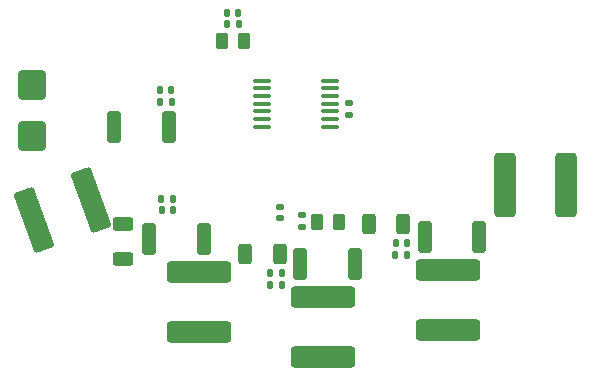
<source format=gbr>
%TF.GenerationSoftware,KiCad,Pcbnew,9.0.0*%
%TF.CreationDate,2025-06-25T03:54:54+08:00*%
%TF.ProjectId,CAPSTONE_MC,43415053-544f-44e4-955f-4d432e6b6963,Ver. 1.0.0*%
%TF.SameCoordinates,Original*%
%TF.FileFunction,Paste,Bot*%
%TF.FilePolarity,Positive*%
%FSLAX46Y46*%
G04 Gerber Fmt 4.6, Leading zero omitted, Abs format (unit mm)*
G04 Created by KiCad (PCBNEW 9.0.0) date 2025-06-25 03:54:54*
%MOMM*%
%LPD*%
G01*
G04 APERTURE LIST*
G04 Aperture macros list*
%AMRoundRect*
0 Rectangle with rounded corners*
0 $1 Rounding radius*
0 $2 $3 $4 $5 $6 $7 $8 $9 X,Y pos of 4 corners*
0 Add a 4 corners polygon primitive as box body*
4,1,4,$2,$3,$4,$5,$6,$7,$8,$9,$2,$3,0*
0 Add four circle primitives for the rounded corners*
1,1,$1+$1,$2,$3*
1,1,$1+$1,$4,$5*
1,1,$1+$1,$6,$7*
1,1,$1+$1,$8,$9*
0 Add four rect primitives between the rounded corners*
20,1,$1+$1,$2,$3,$4,$5,0*
20,1,$1+$1,$4,$5,$6,$7,0*
20,1,$1+$1,$6,$7,$8,$9,0*
20,1,$1+$1,$8,$9,$2,$3,0*%
G04 Aperture macros list end*
%ADD10RoundRect,0.250000X0.625000X-0.312500X0.625000X0.312500X-0.625000X0.312500X-0.625000X-0.312500X0*%
%ADD11RoundRect,0.250000X-0.362500X-1.075000X0.362500X-1.075000X0.362500X1.075000X-0.362500X1.075000X0*%
%ADD12RoundRect,0.140000X0.140000X0.170000X-0.140000X0.170000X-0.140000X-0.170000X0.140000X-0.170000X0*%
%ADD13RoundRect,0.250000X2.450000X-0.650000X2.450000X0.650000X-2.450000X0.650000X-2.450000X-0.650000X0*%
%ADD14RoundRect,0.250000X0.650000X2.450000X-0.650000X2.450000X-0.650000X-2.450000X0.650000X-2.450000X0*%
%ADD15RoundRect,0.135000X0.135000X0.185000X-0.135000X0.185000X-0.135000X-0.185000X0.135000X-0.185000X0*%
%ADD16RoundRect,0.140000X-0.170000X0.140000X-0.170000X-0.140000X0.170000X-0.140000X0.170000X0.140000X0*%
%ADD17RoundRect,0.140000X-0.140000X-0.170000X0.140000X-0.170000X0.140000X0.170000X-0.140000X0.170000X0*%
%ADD18RoundRect,0.135000X-0.185000X0.135000X-0.185000X-0.135000X0.185000X-0.135000X0.185000X0.135000X0*%
%ADD19RoundRect,0.250000X0.362500X1.075000X-0.362500X1.075000X-0.362500X-1.075000X0.362500X-1.075000X0*%
%ADD20RoundRect,0.250000X-0.312500X-0.625000X0.312500X-0.625000X0.312500X0.625000X-0.312500X0.625000X0*%
%ADD21RoundRect,0.135000X-0.135000X-0.185000X0.135000X-0.185000X0.135000X0.185000X-0.135000X0.185000X0*%
%ADD22RoundRect,0.250000X0.262500X0.450000X-0.262500X0.450000X-0.262500X-0.450000X0.262500X-0.450000X0*%
%ADD23RoundRect,0.250000X0.227149X-2.524560X1.448750X-2.079934X-0.227149X2.524560X-1.448750X2.079934X0*%
%ADD24RoundRect,0.250000X-0.900000X1.000000X-0.900000X-1.000000X0.900000X-1.000000X0.900000X1.000000X0*%
%ADD25RoundRect,0.100000X-0.637500X-0.100000X0.637500X-0.100000X0.637500X0.100000X-0.637500X0.100000X0*%
G04 APERTURE END LIST*
D10*
%TO.C,R12*%
X86365000Y-72117500D03*
X86365000Y-69192500D03*
%TD*%
D11*
%TO.C,R24*%
X88558500Y-70450000D03*
X93183500Y-70450000D03*
%TD*%
D12*
%TO.C,C58*%
X110395000Y-70815000D03*
X109435000Y-70815000D03*
%TD*%
D13*
%TO.C,C30*%
X103265000Y-80485000D03*
X103265000Y-75385000D03*
%TD*%
D14*
%TO.C,C48*%
X123835000Y-65915000D03*
X118735000Y-65915000D03*
%TD*%
D15*
%TO.C,R27*%
X99825000Y-74364250D03*
X98805000Y-74364250D03*
%TD*%
D13*
%TO.C,C32*%
X113835000Y-78195000D03*
X113835000Y-73095000D03*
%TD*%
D16*
%TO.C,C40*%
X99615000Y-67725000D03*
X99615000Y-68685000D03*
%TD*%
D15*
%TO.C,R23*%
X90520000Y-58820000D03*
X89500000Y-58820000D03*
%TD*%
D17*
%TO.C,C41*%
X95160000Y-51295000D03*
X96120000Y-51295000D03*
%TD*%
D18*
%TO.C,R16*%
X101495000Y-68435000D03*
X101495000Y-69455000D03*
%TD*%
D19*
%TO.C,R22*%
X90207500Y-61005000D03*
X85582500Y-61005000D03*
%TD*%
D20*
%TO.C,R10*%
X107162500Y-69185000D03*
X110087500Y-69185000D03*
%TD*%
%TO.C,R11*%
X96682500Y-71725000D03*
X99607500Y-71725000D03*
%TD*%
D15*
%TO.C,R25*%
X90625000Y-67035000D03*
X89605000Y-67035000D03*
%TD*%
D11*
%TO.C,R28*%
X111892500Y-70285000D03*
X116517500Y-70285000D03*
%TD*%
D16*
%TO.C,C45*%
X105455000Y-58985000D03*
X105455000Y-59945000D03*
%TD*%
D11*
%TO.C,R26*%
X101352500Y-72545000D03*
X105977500Y-72545000D03*
%TD*%
D21*
%TO.C,R17*%
X95135000Y-52255000D03*
X96155000Y-52255000D03*
%TD*%
D12*
%TO.C,C53*%
X90445000Y-57805000D03*
X89485000Y-57805000D03*
%TD*%
%TO.C,C56*%
X90575000Y-68015000D03*
X89615000Y-68015000D03*
%TD*%
D22*
%TO.C,TH2*%
X96577500Y-53715000D03*
X94752500Y-53715000D03*
%TD*%
D12*
%TO.C,C57*%
X99795000Y-73365000D03*
X98835000Y-73365000D03*
%TD*%
D13*
%TO.C,C31*%
X92765000Y-78325000D03*
X92765000Y-73225000D03*
%TD*%
D22*
%TO.C,TH1*%
X104607500Y-68985000D03*
X102782500Y-68985000D03*
%TD*%
D23*
%TO.C,C50*%
X78828784Y-68877152D03*
X83621216Y-67132848D03*
%TD*%
D24*
%TO.C,D12*%
X78625000Y-57439999D03*
X78625000Y-61740001D03*
%TD*%
D25*
%TO.C,U8*%
X98137500Y-60950000D03*
X98137500Y-60300000D03*
X98137500Y-59650000D03*
X98137500Y-59000000D03*
X98137500Y-58350000D03*
X98137500Y-57700000D03*
X98137500Y-57050000D03*
X103862500Y-57050000D03*
X103862500Y-57700000D03*
X103862500Y-58350000D03*
X103862500Y-59000000D03*
X103862500Y-59650000D03*
X103862500Y-60300000D03*
X103862500Y-60950000D03*
%TD*%
D15*
%TO.C,R29*%
X110435000Y-71775000D03*
X109415000Y-71775000D03*
%TD*%
M02*

</source>
